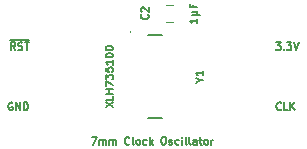
<source format=gto>
%TF.GenerationSoftware,KiCad,Pcbnew,8.0.4*%
%TF.CreationDate,2024-08-09T13:23:18+02:00*%
%TF.ProjectId,Clock Oscillator,436c6f63-6b20-44f7-9363-696c6c61746f,V1*%
%TF.SameCoordinates,PX6d01460PY32de760*%
%TF.FileFunction,Legend,Top*%
%TF.FilePolarity,Positive*%
%FSLAX46Y46*%
G04 Gerber Fmt 4.6, Leading zero omitted, Abs format (unit mm)*
G04 Created by KiCad (PCBNEW 8.0.4) date 2024-08-09 13:23:18*
%MOMM*%
%LPD*%
G01*
G04 APERTURE LIST*
%ADD10C,0.150000*%
%ADD11C,0.120000*%
%ADD12C,0.100000*%
%ADD13C,0.200000*%
G04 APERTURE END LIST*
D10*
X-2947113Y-4761201D02*
X-3007589Y-4730963D01*
X-3007589Y-4730963D02*
X-3098303Y-4730963D01*
X-3098303Y-4730963D02*
X-3189018Y-4761201D01*
X-3189018Y-4761201D02*
X-3249494Y-4821677D01*
X-3249494Y-4821677D02*
X-3279732Y-4882153D01*
X-3279732Y-4882153D02*
X-3309970Y-5003105D01*
X-3309970Y-5003105D02*
X-3309970Y-5093820D01*
X-3309970Y-5093820D02*
X-3279732Y-5214772D01*
X-3279732Y-5214772D02*
X-3249494Y-5275248D01*
X-3249494Y-5275248D02*
X-3189018Y-5335725D01*
X-3189018Y-5335725D02*
X-3098303Y-5365963D01*
X-3098303Y-5365963D02*
X-3037827Y-5365963D01*
X-3037827Y-5365963D02*
X-2947113Y-5335725D01*
X-2947113Y-5335725D02*
X-2916875Y-5305486D01*
X-2916875Y-5305486D02*
X-2916875Y-5093820D01*
X-2916875Y-5093820D02*
X-3037827Y-5093820D01*
X-2644732Y-5365963D02*
X-2644732Y-4730963D01*
X-2644732Y-4730963D02*
X-2281875Y-5365963D01*
X-2281875Y-5365963D02*
X-2281875Y-4730963D01*
X-1979494Y-5365963D02*
X-1979494Y-4730963D01*
X-1979494Y-4730963D02*
X-1828304Y-4730963D01*
X-1828304Y-4730963D02*
X-1737589Y-4761201D01*
X-1737589Y-4761201D02*
X-1677113Y-4821677D01*
X-1677113Y-4821677D02*
X-1646875Y-4882153D01*
X-1646875Y-4882153D02*
X-1616637Y-5003105D01*
X-1616637Y-5003105D02*
X-1616637Y-5093820D01*
X-1616637Y-5093820D02*
X-1646875Y-5214772D01*
X-1646875Y-5214772D02*
X-1677113Y-5275248D01*
X-1677113Y-5275248D02*
X-1737589Y-5335725D01*
X-1737589Y-5335725D02*
X-1828304Y-5365963D01*
X-1828304Y-5365963D02*
X-1979494Y-5365963D01*
X3749522Y-7661488D02*
X4172855Y-7661488D01*
X4172855Y-7661488D02*
X3900712Y-8296488D01*
X4414760Y-8296488D02*
X4414760Y-7873154D01*
X4414760Y-7933630D02*
X4444998Y-7903392D01*
X4444998Y-7903392D02*
X4505474Y-7873154D01*
X4505474Y-7873154D02*
X4596189Y-7873154D01*
X4596189Y-7873154D02*
X4656665Y-7903392D01*
X4656665Y-7903392D02*
X4686903Y-7963869D01*
X4686903Y-7963869D02*
X4686903Y-8296488D01*
X4686903Y-7963869D02*
X4717141Y-7903392D01*
X4717141Y-7903392D02*
X4777617Y-7873154D01*
X4777617Y-7873154D02*
X4868331Y-7873154D01*
X4868331Y-7873154D02*
X4928808Y-7903392D01*
X4928808Y-7903392D02*
X4959046Y-7963869D01*
X4959046Y-7963869D02*
X4959046Y-8296488D01*
X5261427Y-8296488D02*
X5261427Y-7873154D01*
X5261427Y-7933630D02*
X5291665Y-7903392D01*
X5291665Y-7903392D02*
X5352141Y-7873154D01*
X5352141Y-7873154D02*
X5442856Y-7873154D01*
X5442856Y-7873154D02*
X5503332Y-7903392D01*
X5503332Y-7903392D02*
X5533570Y-7963869D01*
X5533570Y-7963869D02*
X5533570Y-8296488D01*
X5533570Y-7963869D02*
X5563808Y-7903392D01*
X5563808Y-7903392D02*
X5624284Y-7873154D01*
X5624284Y-7873154D02*
X5714998Y-7873154D01*
X5714998Y-7873154D02*
X5775475Y-7903392D01*
X5775475Y-7903392D02*
X5805713Y-7963869D01*
X5805713Y-7963869D02*
X5805713Y-8296488D01*
X6954761Y-8236011D02*
X6924523Y-8266250D01*
X6924523Y-8266250D02*
X6833809Y-8296488D01*
X6833809Y-8296488D02*
X6773333Y-8296488D01*
X6773333Y-8296488D02*
X6682618Y-8266250D01*
X6682618Y-8266250D02*
X6622142Y-8205773D01*
X6622142Y-8205773D02*
X6591904Y-8145297D01*
X6591904Y-8145297D02*
X6561666Y-8024345D01*
X6561666Y-8024345D02*
X6561666Y-7933630D01*
X6561666Y-7933630D02*
X6591904Y-7812678D01*
X6591904Y-7812678D02*
X6622142Y-7752202D01*
X6622142Y-7752202D02*
X6682618Y-7691726D01*
X6682618Y-7691726D02*
X6773333Y-7661488D01*
X6773333Y-7661488D02*
X6833809Y-7661488D01*
X6833809Y-7661488D02*
X6924523Y-7691726D01*
X6924523Y-7691726D02*
X6954761Y-7721964D01*
X7317618Y-8296488D02*
X7257142Y-8266250D01*
X7257142Y-8266250D02*
X7226904Y-8205773D01*
X7226904Y-8205773D02*
X7226904Y-7661488D01*
X7650237Y-8296488D02*
X7589761Y-8266250D01*
X7589761Y-8266250D02*
X7559523Y-8236011D01*
X7559523Y-8236011D02*
X7529285Y-8175535D01*
X7529285Y-8175535D02*
X7529285Y-7994107D01*
X7529285Y-7994107D02*
X7559523Y-7933630D01*
X7559523Y-7933630D02*
X7589761Y-7903392D01*
X7589761Y-7903392D02*
X7650237Y-7873154D01*
X7650237Y-7873154D02*
X7740952Y-7873154D01*
X7740952Y-7873154D02*
X7801428Y-7903392D01*
X7801428Y-7903392D02*
X7831666Y-7933630D01*
X7831666Y-7933630D02*
X7861904Y-7994107D01*
X7861904Y-7994107D02*
X7861904Y-8175535D01*
X7861904Y-8175535D02*
X7831666Y-8236011D01*
X7831666Y-8236011D02*
X7801428Y-8266250D01*
X7801428Y-8266250D02*
X7740952Y-8296488D01*
X7740952Y-8296488D02*
X7650237Y-8296488D01*
X8406190Y-8266250D02*
X8345714Y-8296488D01*
X8345714Y-8296488D02*
X8224761Y-8296488D01*
X8224761Y-8296488D02*
X8164285Y-8266250D01*
X8164285Y-8266250D02*
X8134047Y-8236011D01*
X8134047Y-8236011D02*
X8103809Y-8175535D01*
X8103809Y-8175535D02*
X8103809Y-7994107D01*
X8103809Y-7994107D02*
X8134047Y-7933630D01*
X8134047Y-7933630D02*
X8164285Y-7903392D01*
X8164285Y-7903392D02*
X8224761Y-7873154D01*
X8224761Y-7873154D02*
X8345714Y-7873154D01*
X8345714Y-7873154D02*
X8406190Y-7903392D01*
X8678333Y-8296488D02*
X8678333Y-7661488D01*
X8738809Y-8054583D02*
X8920238Y-8296488D01*
X8920238Y-7873154D02*
X8678333Y-8115059D01*
X9797143Y-7661488D02*
X9918096Y-7661488D01*
X9918096Y-7661488D02*
X9978572Y-7691726D01*
X9978572Y-7691726D02*
X10039048Y-7752202D01*
X10039048Y-7752202D02*
X10069286Y-7873154D01*
X10069286Y-7873154D02*
X10069286Y-8084821D01*
X10069286Y-8084821D02*
X10039048Y-8205773D01*
X10039048Y-8205773D02*
X9978572Y-8266250D01*
X9978572Y-8266250D02*
X9918096Y-8296488D01*
X9918096Y-8296488D02*
X9797143Y-8296488D01*
X9797143Y-8296488D02*
X9736667Y-8266250D01*
X9736667Y-8266250D02*
X9676191Y-8205773D01*
X9676191Y-8205773D02*
X9645953Y-8084821D01*
X9645953Y-8084821D02*
X9645953Y-7873154D01*
X9645953Y-7873154D02*
X9676191Y-7752202D01*
X9676191Y-7752202D02*
X9736667Y-7691726D01*
X9736667Y-7691726D02*
X9797143Y-7661488D01*
X10311191Y-8266250D02*
X10371667Y-8296488D01*
X10371667Y-8296488D02*
X10492619Y-8296488D01*
X10492619Y-8296488D02*
X10553096Y-8266250D01*
X10553096Y-8266250D02*
X10583334Y-8205773D01*
X10583334Y-8205773D02*
X10583334Y-8175535D01*
X10583334Y-8175535D02*
X10553096Y-8115059D01*
X10553096Y-8115059D02*
X10492619Y-8084821D01*
X10492619Y-8084821D02*
X10401905Y-8084821D01*
X10401905Y-8084821D02*
X10341429Y-8054583D01*
X10341429Y-8054583D02*
X10311191Y-7994107D01*
X10311191Y-7994107D02*
X10311191Y-7963869D01*
X10311191Y-7963869D02*
X10341429Y-7903392D01*
X10341429Y-7903392D02*
X10401905Y-7873154D01*
X10401905Y-7873154D02*
X10492619Y-7873154D01*
X10492619Y-7873154D02*
X10553096Y-7903392D01*
X11127620Y-8266250D02*
X11067144Y-8296488D01*
X11067144Y-8296488D02*
X10946191Y-8296488D01*
X10946191Y-8296488D02*
X10885715Y-8266250D01*
X10885715Y-8266250D02*
X10855477Y-8236011D01*
X10855477Y-8236011D02*
X10825239Y-8175535D01*
X10825239Y-8175535D02*
X10825239Y-7994107D01*
X10825239Y-7994107D02*
X10855477Y-7933630D01*
X10855477Y-7933630D02*
X10885715Y-7903392D01*
X10885715Y-7903392D02*
X10946191Y-7873154D01*
X10946191Y-7873154D02*
X11067144Y-7873154D01*
X11067144Y-7873154D02*
X11127620Y-7903392D01*
X11399763Y-8296488D02*
X11399763Y-7873154D01*
X11399763Y-7661488D02*
X11369525Y-7691726D01*
X11369525Y-7691726D02*
X11399763Y-7721964D01*
X11399763Y-7721964D02*
X11430001Y-7691726D01*
X11430001Y-7691726D02*
X11399763Y-7661488D01*
X11399763Y-7661488D02*
X11399763Y-7721964D01*
X11792858Y-8296488D02*
X11732382Y-8266250D01*
X11732382Y-8266250D02*
X11702144Y-8205773D01*
X11702144Y-8205773D02*
X11702144Y-7661488D01*
X12125477Y-8296488D02*
X12065001Y-8266250D01*
X12065001Y-8266250D02*
X12034763Y-8205773D01*
X12034763Y-8205773D02*
X12034763Y-7661488D01*
X12639525Y-8296488D02*
X12639525Y-7963869D01*
X12639525Y-7963869D02*
X12609287Y-7903392D01*
X12609287Y-7903392D02*
X12548811Y-7873154D01*
X12548811Y-7873154D02*
X12427858Y-7873154D01*
X12427858Y-7873154D02*
X12367382Y-7903392D01*
X12639525Y-8266250D02*
X12579049Y-8296488D01*
X12579049Y-8296488D02*
X12427858Y-8296488D01*
X12427858Y-8296488D02*
X12367382Y-8266250D01*
X12367382Y-8266250D02*
X12337144Y-8205773D01*
X12337144Y-8205773D02*
X12337144Y-8145297D01*
X12337144Y-8145297D02*
X12367382Y-8084821D01*
X12367382Y-8084821D02*
X12427858Y-8054583D01*
X12427858Y-8054583D02*
X12579049Y-8054583D01*
X12579049Y-8054583D02*
X12639525Y-8024345D01*
X12851192Y-7873154D02*
X13093096Y-7873154D01*
X12941906Y-7661488D02*
X12941906Y-8205773D01*
X12941906Y-8205773D02*
X12972144Y-8266250D01*
X12972144Y-8266250D02*
X13032620Y-8296488D01*
X13032620Y-8296488D02*
X13093096Y-8296488D01*
X13395477Y-8296488D02*
X13335001Y-8266250D01*
X13335001Y-8266250D02*
X13304763Y-8236011D01*
X13304763Y-8236011D02*
X13274525Y-8175535D01*
X13274525Y-8175535D02*
X13274525Y-7994107D01*
X13274525Y-7994107D02*
X13304763Y-7933630D01*
X13304763Y-7933630D02*
X13335001Y-7903392D01*
X13335001Y-7903392D02*
X13395477Y-7873154D01*
X13395477Y-7873154D02*
X13486192Y-7873154D01*
X13486192Y-7873154D02*
X13546668Y-7903392D01*
X13546668Y-7903392D02*
X13576906Y-7933630D01*
X13576906Y-7933630D02*
X13607144Y-7994107D01*
X13607144Y-7994107D02*
X13607144Y-8175535D01*
X13607144Y-8175535D02*
X13576906Y-8236011D01*
X13576906Y-8236011D02*
X13546668Y-8266250D01*
X13546668Y-8266250D02*
X13486192Y-8296488D01*
X13486192Y-8296488D02*
X13395477Y-8296488D01*
X13879287Y-8296488D02*
X13879287Y-7873154D01*
X13879287Y-7994107D02*
X13909525Y-7933630D01*
X13909525Y-7933630D02*
X13939763Y-7903392D01*
X13939763Y-7903392D02*
X14000239Y-7873154D01*
X14000239Y-7873154D02*
X14060716Y-7873154D01*
X19366398Y349037D02*
X19759493Y349037D01*
X19759493Y349037D02*
X19547826Y107133D01*
X19547826Y107133D02*
X19638541Y107133D01*
X19638541Y107133D02*
X19699017Y76895D01*
X19699017Y76895D02*
X19729255Y46656D01*
X19729255Y46656D02*
X19759493Y-13820D01*
X19759493Y-13820D02*
X19759493Y-165010D01*
X19759493Y-165010D02*
X19729255Y-225486D01*
X19729255Y-225486D02*
X19699017Y-255725D01*
X19699017Y-255725D02*
X19638541Y-285963D01*
X19638541Y-285963D02*
X19457112Y-285963D01*
X19457112Y-285963D02*
X19396636Y-255725D01*
X19396636Y-255725D02*
X19366398Y-225486D01*
X20031636Y-225486D02*
X20061874Y-255725D01*
X20061874Y-255725D02*
X20031636Y-285963D01*
X20031636Y-285963D02*
X20001398Y-255725D01*
X20001398Y-255725D02*
X20031636Y-225486D01*
X20031636Y-225486D02*
X20031636Y-285963D01*
X20273541Y349037D02*
X20666636Y349037D01*
X20666636Y349037D02*
X20454969Y107133D01*
X20454969Y107133D02*
X20545684Y107133D01*
X20545684Y107133D02*
X20606160Y76895D01*
X20606160Y76895D02*
X20636398Y46656D01*
X20636398Y46656D02*
X20666636Y-13820D01*
X20666636Y-13820D02*
X20666636Y-165010D01*
X20666636Y-165010D02*
X20636398Y-225486D01*
X20636398Y-225486D02*
X20606160Y-255725D01*
X20606160Y-255725D02*
X20545684Y-285963D01*
X20545684Y-285963D02*
X20364255Y-285963D01*
X20364255Y-285963D02*
X20303779Y-255725D01*
X20303779Y-255725D02*
X20273541Y-225486D01*
X20848065Y349037D02*
X21059731Y-285963D01*
X21059731Y-285963D02*
X21271398Y349037D01*
X-2705209Y-285963D02*
X-2916876Y16418D01*
X-3068066Y-285963D02*
X-3068066Y349037D01*
X-3068066Y349037D02*
X-2826161Y349037D01*
X-2826161Y349037D02*
X-2765685Y318799D01*
X-2765685Y318799D02*
X-2735447Y288561D01*
X-2735447Y288561D02*
X-2705209Y228085D01*
X-2705209Y228085D02*
X-2705209Y137371D01*
X-2705209Y137371D02*
X-2735447Y76895D01*
X-2735447Y76895D02*
X-2765685Y46656D01*
X-2765685Y46656D02*
X-2826161Y16418D01*
X-2826161Y16418D02*
X-3068066Y16418D01*
X-2463304Y-255725D02*
X-2372590Y-285963D01*
X-2372590Y-285963D02*
X-2221399Y-285963D01*
X-2221399Y-285963D02*
X-2160923Y-255725D01*
X-2160923Y-255725D02*
X-2130685Y-225486D01*
X-2130685Y-225486D02*
X-2100447Y-165010D01*
X-2100447Y-165010D02*
X-2100447Y-104534D01*
X-2100447Y-104534D02*
X-2130685Y-44058D01*
X-2130685Y-44058D02*
X-2160923Y-13820D01*
X-2160923Y-13820D02*
X-2221399Y16418D01*
X-2221399Y16418D02*
X-2342352Y46656D01*
X-2342352Y46656D02*
X-2402828Y76895D01*
X-2402828Y76895D02*
X-2433066Y107133D01*
X-2433066Y107133D02*
X-2463304Y167609D01*
X-2463304Y167609D02*
X-2463304Y228085D01*
X-2463304Y228085D02*
X-2433066Y288561D01*
X-2433066Y288561D02*
X-2402828Y318799D01*
X-2402828Y318799D02*
X-2342352Y349037D01*
X-2342352Y349037D02*
X-2191161Y349037D01*
X-2191161Y349037D02*
X-2100447Y318799D01*
X-1919018Y349037D02*
X-1556161Y349037D01*
X-1737590Y-285963D02*
X-1737590Y349037D01*
X-3155756Y525325D02*
X-1559184Y525325D01*
X19789731Y-5305486D02*
X19759493Y-5335725D01*
X19759493Y-5335725D02*
X19668779Y-5365963D01*
X19668779Y-5365963D02*
X19608303Y-5365963D01*
X19608303Y-5365963D02*
X19517588Y-5335725D01*
X19517588Y-5335725D02*
X19457112Y-5275248D01*
X19457112Y-5275248D02*
X19426874Y-5214772D01*
X19426874Y-5214772D02*
X19396636Y-5093820D01*
X19396636Y-5093820D02*
X19396636Y-5003105D01*
X19396636Y-5003105D02*
X19426874Y-4882153D01*
X19426874Y-4882153D02*
X19457112Y-4821677D01*
X19457112Y-4821677D02*
X19517588Y-4761201D01*
X19517588Y-4761201D02*
X19608303Y-4730963D01*
X19608303Y-4730963D02*
X19668779Y-4730963D01*
X19668779Y-4730963D02*
X19759493Y-4761201D01*
X19759493Y-4761201D02*
X19789731Y-4791439D01*
X20364255Y-5365963D02*
X20061874Y-5365963D01*
X20061874Y-5365963D02*
X20061874Y-4730963D01*
X20575922Y-5365963D02*
X20575922Y-4730963D01*
X20938779Y-5365963D02*
X20666636Y-5003105D01*
X20938779Y-4730963D02*
X20575922Y-5093820D01*
X8514486Y2715167D02*
X8544725Y2684929D01*
X8544725Y2684929D02*
X8574963Y2594215D01*
X8574963Y2594215D02*
X8574963Y2533739D01*
X8574963Y2533739D02*
X8544725Y2443024D01*
X8544725Y2443024D02*
X8484248Y2382548D01*
X8484248Y2382548D02*
X8423772Y2352310D01*
X8423772Y2352310D02*
X8302820Y2322072D01*
X8302820Y2322072D02*
X8212105Y2322072D01*
X8212105Y2322072D02*
X8091153Y2352310D01*
X8091153Y2352310D02*
X8030677Y2382548D01*
X8030677Y2382548D02*
X7970201Y2443024D01*
X7970201Y2443024D02*
X7939963Y2533739D01*
X7939963Y2533739D02*
X7939963Y2594215D01*
X7939963Y2594215D02*
X7970201Y2684929D01*
X7970201Y2684929D02*
X8000439Y2715167D01*
X8000439Y2957072D02*
X7970201Y2987310D01*
X7970201Y2987310D02*
X7939963Y3047786D01*
X7939963Y3047786D02*
X7939963Y3198977D01*
X7939963Y3198977D02*
X7970201Y3259453D01*
X7970201Y3259453D02*
X8000439Y3289691D01*
X8000439Y3289691D02*
X8060915Y3319929D01*
X8060915Y3319929D02*
X8121391Y3319929D01*
X8121391Y3319929D02*
X8212105Y3289691D01*
X8212105Y3289691D02*
X8574963Y2926834D01*
X8574963Y2926834D02*
X8574963Y3319929D01*
X12681963Y2370667D02*
X12681963Y2007810D01*
X12681963Y2189238D02*
X12046963Y2189238D01*
X12046963Y2189238D02*
X12137677Y2128762D01*
X12137677Y2128762D02*
X12198153Y2068286D01*
X12198153Y2068286D02*
X12228391Y2007810D01*
X12258629Y2642810D02*
X12893629Y2642810D01*
X12591248Y2945191D02*
X12651725Y2975429D01*
X12651725Y2975429D02*
X12681963Y3035905D01*
X12591248Y2642810D02*
X12651725Y2673048D01*
X12651725Y2673048D02*
X12681963Y2733524D01*
X12681963Y2733524D02*
X12681963Y2854477D01*
X12681963Y2854477D02*
X12651725Y2914953D01*
X12651725Y2914953D02*
X12591248Y2945191D01*
X12591248Y2945191D02*
X12258629Y2945191D01*
X12349344Y3519715D02*
X12349344Y3308048D01*
X12681963Y3308048D02*
X12046963Y3308048D01*
X12046963Y3308048D02*
X12046963Y3610429D01*
X12887582Y-2842381D02*
X13189963Y-2842381D01*
X12554963Y-3054047D02*
X12887582Y-2842381D01*
X12887582Y-2842381D02*
X12554963Y-2630714D01*
X13189963Y-2086428D02*
X13189963Y-2449285D01*
X13189963Y-2267857D02*
X12554963Y-2267857D01*
X12554963Y-2267857D02*
X12645677Y-2328333D01*
X12645677Y-2328333D02*
X12706153Y-2388809D01*
X12706153Y-2388809D02*
X12736391Y-2449285D01*
X4934963Y-5155595D02*
X5569963Y-4732262D01*
X4934963Y-4732262D02*
X5569963Y-5155595D01*
X5569963Y-4187976D02*
X5569963Y-4490357D01*
X5569963Y-4490357D02*
X4934963Y-4490357D01*
X5569963Y-3976309D02*
X4934963Y-3976309D01*
X5237344Y-3976309D02*
X5237344Y-3613452D01*
X5569963Y-3613452D02*
X4934963Y-3613452D01*
X4934963Y-3371547D02*
X4934963Y-2948214D01*
X4934963Y-2948214D02*
X5569963Y-3220357D01*
X4934963Y-2766785D02*
X4934963Y-2373690D01*
X4934963Y-2373690D02*
X5176867Y-2585357D01*
X5176867Y-2585357D02*
X5176867Y-2494642D01*
X5176867Y-2494642D02*
X5207105Y-2434166D01*
X5207105Y-2434166D02*
X5237344Y-2403928D01*
X5237344Y-2403928D02*
X5297820Y-2373690D01*
X5297820Y-2373690D02*
X5449010Y-2373690D01*
X5449010Y-2373690D02*
X5509486Y-2403928D01*
X5509486Y-2403928D02*
X5539725Y-2434166D01*
X5539725Y-2434166D02*
X5569963Y-2494642D01*
X5569963Y-2494642D02*
X5569963Y-2676071D01*
X5569963Y-2676071D02*
X5539725Y-2736547D01*
X5539725Y-2736547D02*
X5509486Y-2766785D01*
X4934963Y-1799166D02*
X4934963Y-2101547D01*
X4934963Y-2101547D02*
X5237344Y-2131785D01*
X5237344Y-2131785D02*
X5207105Y-2101547D01*
X5207105Y-2101547D02*
X5176867Y-2041071D01*
X5176867Y-2041071D02*
X5176867Y-1889880D01*
X5176867Y-1889880D02*
X5207105Y-1829404D01*
X5207105Y-1829404D02*
X5237344Y-1799166D01*
X5237344Y-1799166D02*
X5297820Y-1768928D01*
X5297820Y-1768928D02*
X5449010Y-1768928D01*
X5449010Y-1768928D02*
X5509486Y-1799166D01*
X5509486Y-1799166D02*
X5539725Y-1829404D01*
X5539725Y-1829404D02*
X5569963Y-1889880D01*
X5569963Y-1889880D02*
X5569963Y-2041071D01*
X5569963Y-2041071D02*
X5539725Y-2101547D01*
X5539725Y-2101547D02*
X5509486Y-2131785D01*
X5569963Y-1164166D02*
X5569963Y-1527023D01*
X5569963Y-1345595D02*
X4934963Y-1345595D01*
X4934963Y-1345595D02*
X5025677Y-1406071D01*
X5025677Y-1406071D02*
X5086153Y-1466547D01*
X5086153Y-1466547D02*
X5116391Y-1527023D01*
X4934963Y-771071D02*
X4934963Y-710594D01*
X4934963Y-710594D02*
X4965201Y-650118D01*
X4965201Y-650118D02*
X4995439Y-619880D01*
X4995439Y-619880D02*
X5055915Y-589642D01*
X5055915Y-589642D02*
X5176867Y-559404D01*
X5176867Y-559404D02*
X5328058Y-559404D01*
X5328058Y-559404D02*
X5449010Y-589642D01*
X5449010Y-589642D02*
X5509486Y-619880D01*
X5509486Y-619880D02*
X5539725Y-650118D01*
X5539725Y-650118D02*
X5569963Y-710594D01*
X5569963Y-710594D02*
X5569963Y-771071D01*
X5569963Y-771071D02*
X5539725Y-831547D01*
X5539725Y-831547D02*
X5509486Y-861785D01*
X5509486Y-861785D02*
X5449010Y-892023D01*
X5449010Y-892023D02*
X5328058Y-922261D01*
X5328058Y-922261D02*
X5176867Y-922261D01*
X5176867Y-922261D02*
X5055915Y-892023D01*
X5055915Y-892023D02*
X4995439Y-861785D01*
X4995439Y-861785D02*
X4965201Y-831547D01*
X4965201Y-831547D02*
X4934963Y-771071D01*
X4934963Y-166309D02*
X4934963Y-105832D01*
X4934963Y-105832D02*
X4965201Y-45356D01*
X4965201Y-45356D02*
X4995439Y-15118D01*
X4995439Y-15118D02*
X5055915Y15120D01*
X5055915Y15120D02*
X5176867Y45358D01*
X5176867Y45358D02*
X5328058Y45358D01*
X5328058Y45358D02*
X5449010Y15120D01*
X5449010Y15120D02*
X5509486Y-15118D01*
X5509486Y-15118D02*
X5539725Y-45356D01*
X5539725Y-45356D02*
X5569963Y-105832D01*
X5569963Y-105832D02*
X5569963Y-166309D01*
X5569963Y-166309D02*
X5539725Y-226785D01*
X5539725Y-226785D02*
X5509486Y-257023D01*
X5509486Y-257023D02*
X5449010Y-287261D01*
X5449010Y-287261D02*
X5328058Y-317499D01*
X5328058Y-317499D02*
X5176867Y-317499D01*
X5176867Y-317499D02*
X5055915Y-287261D01*
X5055915Y-287261D02*
X4995439Y-257023D01*
X4995439Y-257023D02*
X4965201Y-226785D01*
X4965201Y-226785D02*
X4934963Y-166309D01*
D11*
%TO.C,C2*%
X10609252Y3529000D02*
X10086748Y3529000D01*
X10609252Y2059000D02*
X10086748Y2059000D01*
D12*
%TO.C,Y1*%
X7012000Y1320000D02*
X7012000Y1320000D01*
X7012000Y1220000D02*
X7012000Y1220000D01*
D13*
X9694000Y960000D02*
X8494000Y960000D01*
X9694000Y-6040000D02*
X8494000Y-6040000D01*
D12*
X7012000Y1320000D02*
G75*
G02*
X7012000Y1220000I0J-50000D01*
G01*
X7012000Y1220000D02*
G75*
G02*
X7012000Y1320000I0J50000D01*
G01*
%TD*%
M02*

</source>
